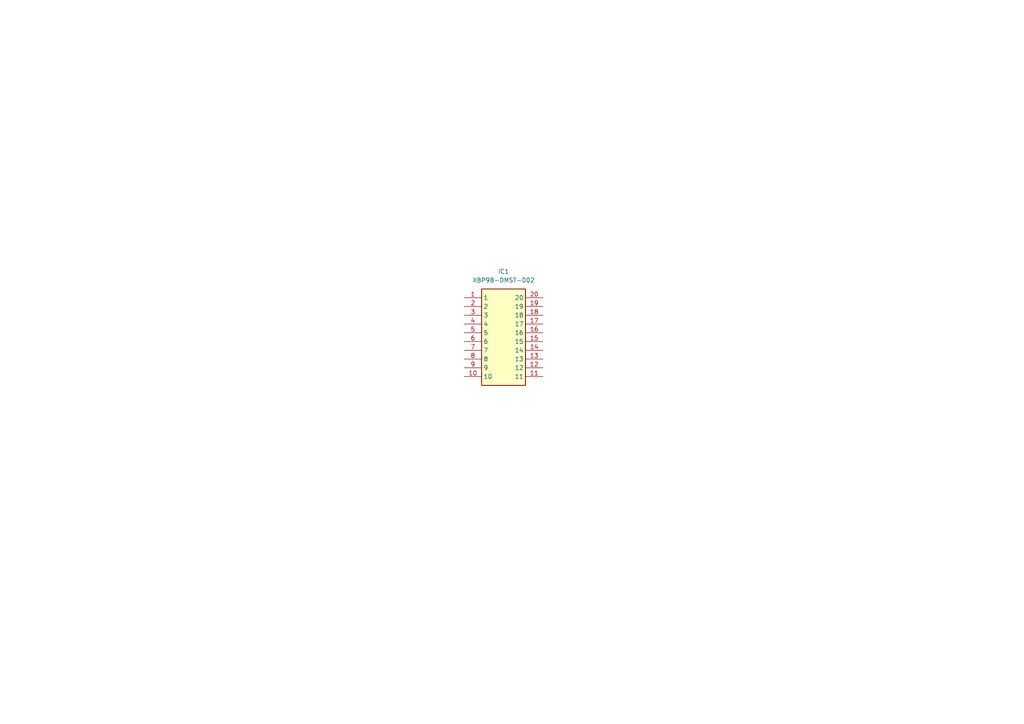
<source format=kicad_sch>
(kicad_sch (version 20230121) (generator eeschema)
  (paper "A4")
  (lib_symbols
    (symbol "utsvt-chips:XBP9B-DMST-002"
      (property "Reference" "IC" (at 19.05 7.62 0))
      (property "Value" "XBP9B-DMST-002" (at 19.05 5.08 0))
      (symbol "XBP9B-DMST-002_1_1"
        (rectangle (start 5.08 2.54) (end 17.78 -25.4) (stroke (width 0.254)) (fill (type background)))
        (pin passive line (at 0 0 0) (length 5.08) (name "1") (number "1"))
        (pin passive line (at 0 -22.86 0) (length 5.08) (name "10") (number "10"))
        (pin passive line (at 22.86 -22.86 180) (length 5.08) (name "11") (number "11"))
        (pin passive line (at 22.86 -20.32 180) (length 5.08) (name "12") (number "12"))
        (pin passive line (at 22.86 -17.78 180) (length 5.08) (name "13") (number "13"))
        (pin passive line (at 22.86 -15.24 180) (length 5.08) (name "14") (number "14"))
        (pin passive line (at 22.86 -12.7 180) (length 5.08) (name "15") (number "15"))
        (pin passive line (at 22.86 -10.16 180) (length 5.08) (name "16") (number "16"))
        (pin passive line (at 22.86 -7.62 180) (length 5.08) (name "17") (number "17"))
        (pin passive line (at 22.86 -5.08 180) (length 5.08) (name "18") (number "18"))
        (pin passive line (at 22.86 -2.54 180) (length 5.08) (name "19") (number "19"))
        (pin passive line (at 0 -2.54 0) (length 5.08) (name "2") (number "2"))
        (pin passive line (at 22.86 0 180) (length 5.08) (name "20") (number "20"))
        (pin passive line (at 0 -5.08 0) (length 5.08) (name "3") (number "3"))
        (pin passive line (at 0 -7.62 0) (length 5.08) (name "4") (number "4"))
        (pin passive line (at 0 -10.16 0) (length 5.08) (name "5") (number "5"))
        (pin passive line (at 0 -12.7 0) (length 5.08) (name "6") (number "6"))
        (pin passive line (at 0 -15.24 0) (length 5.08) (name "7") (number "7"))
        (pin passive line (at 0 -17.78 0) (length 5.08) (name "8") (number "8"))
        (pin passive line (at 0 -20.32 0) (length 5.08) (name "9") (number "9"))
      )
    )
  )
  (symbol (lib_id "utsvt-chips:XBP9B-DMST-002") (at 134.62 86.36 0) (unit 1)
    (property "Reference" "IC1" (at 146.05 78.74 0))
    (property "Value" "XBP9B-DMST-002" (at 146.05 81.28 0))
    (property "Footprint" "UTSVT_ICs:XBP9B-DMST-002" (effects hide))
    (property "Datasheet" "https://componentsearchengine.com/Datasheets/1/XBP9B-DMST-002.pdf" (effects hide))
    (property "Mouser Part Number" "888-XBP9B-DMST-002" (effects hide))
    (property "Mouser Price/Stock" "https://www.mouser.com/Search/Refine.aspx?Keyword=888-XBP9B-DMST-002" (effects hide))
    (property "Manufacturer_Name" "Digi International" (effects hide))
    (property "Manufacturer_Part_Number" "XBP9B-DMST-002" (effects hide))
  )
)
</source>
